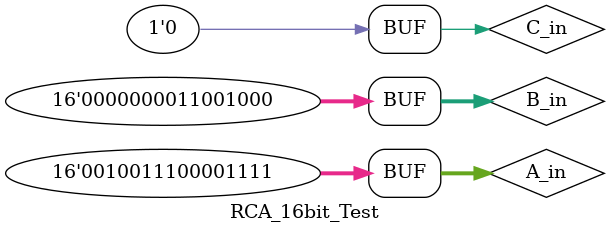
<source format=v>
`timescale 1ns / 1ps


module RCA_16bit_Test;

	// Inputs
	reg [15:0] A_in;
	reg [15:0] B_in;
	reg C_in;

	// Outputs
	wire [15:0] sum;
	wire C_out;

	// Instantiate the Unit Under Test (UUT)
	RCA_16bit uut (
		.sum(sum), 
		.C_out(C_out), 
		.A_in(A_in), 
		.B_in(B_in), 
		.C_in(C_in)
	);

	initial begin
		// Initialize Inputs
		A_in = 0;
		B_in = 0;
		C_in = 0;

		// Wait 100 ns for global reset to finish
		#100;
        
		// Add stimulus here
		$monitor($time," A= %b, B=%b, C_IN= %b, --- C_OUT= %b, SUM= %b\n",A_in, B_in, C_in, C_out, sum);
		#5 A_in = 16'd0; B_in = 16'd0; C_in = 1'b0; // C_OUT= 0, SUM= 0000000000000000
		#5 A_in = 16'd20; B_in = 16'd9; C_in = 1'b0; // C_OUT= 0, SUM= 0000000000011101
		#5 A_in = 16'd3; B_in = 16'd4; C_in = 1'b0; // C_OUT= 0, SUM= 0000000000000111
		#5 A_in = 16'd9999; B_in = 16'd1999; C_in = 1'b0; // C_OUT= 0, SUM= 0010111011011110
		#5 A_in = 16'd9999; B_in = 16'd2999; C_in = 1'b0; // C_OUT= 0, SUM= 0011001011000110
		#5 A_in = 16'd9999; B_in = 16'd3999; C_in = 1'b0; // C_OUT= 0, SUM= 0011011010101110
		#5 A_in = 16'd9999; B_in = 16'd4999; C_in = 1'b0; // C_OUT= 0, SUM= 0011101010010110
		#5 A_in = 16'd9999; B_in = 16'd5999; C_in = 1'b0; // C_OUT= 0, SUM= 0011111001111110
		#5 A_in = 16'd9999; B_in = 16'd6999; C_in = 1'b0; // C_OUT= 0, SUM= 0100001001100110
		#5 A_in = 16'd9999; B_in = 16'd7999; C_in = 1'b0; // C_OUT= 0, SUM= 0100011001001110
		#5 A_in = 16'd9999; B_in = 16'd8999; C_in = 1'b0; // C_OUT= 0, SUM= 0100101000110110
		#5 A_in = 16'd9999; B_in = 16'd99; C_in = 1'b0; // C_OUT= 0, SUM= 0010011101110010
		#5 A_in = 16'd9999; B_in = 16'd9; C_in = 1'b0; // C_OUT= 0, SUM= 0010011100011000
		#5 A_in = 16'd9999; B_in = 16'd99999; C_in = 1'b0; // C_OUT= 0, SUM= 1010110110101110
		#5 A_in = 16'd9999; B_in = 16'd200; C_in = 1'b0; // C_OUT= 0, SUM= 0010011111010111
	end
      
endmodule


</source>
